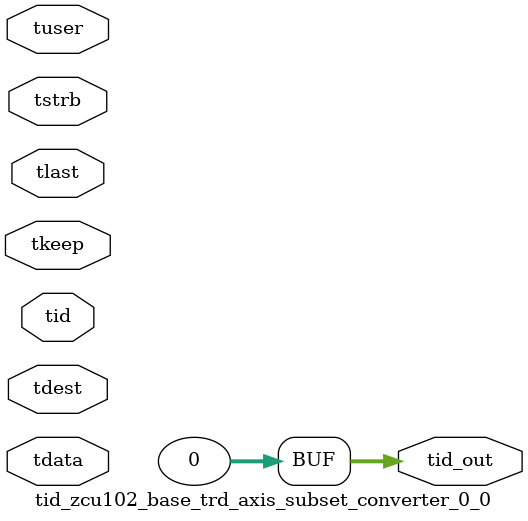
<source format=v>


`timescale 1ps/1ps

module tid_zcu102_base_trd_axis_subset_converter_0_0 #
(
parameter C_S_AXIS_TID_WIDTH   = 1,
parameter C_S_AXIS_TUSER_WIDTH = 0,
parameter C_S_AXIS_TDATA_WIDTH = 0,
parameter C_S_AXIS_TDEST_WIDTH = 0,
parameter C_M_AXIS_TID_WIDTH   = 32
)
(
input  [(C_S_AXIS_TID_WIDTH   == 0 ? 1 : C_S_AXIS_TID_WIDTH)-1:0       ] tid,
input  [(C_S_AXIS_TDATA_WIDTH == 0 ? 1 : C_S_AXIS_TDATA_WIDTH)-1:0     ] tdata,
input  [(C_S_AXIS_TUSER_WIDTH == 0 ? 1 : C_S_AXIS_TUSER_WIDTH)-1:0     ] tuser,
input  [(C_S_AXIS_TDEST_WIDTH == 0 ? 1 : C_S_AXIS_TDEST_WIDTH)-1:0     ] tdest,
input  [(C_S_AXIS_TDATA_WIDTH/8)-1:0 ] tkeep,
input  [(C_S_AXIS_TDATA_WIDTH/8)-1:0 ] tstrb,
input                                                                    tlast,
output [(C_M_AXIS_TID_WIDTH   == 0 ? 1 : C_M_AXIS_TID_WIDTH)-1:0       ] tid_out
);

assign tid_out = {1'b0};

endmodule


</source>
